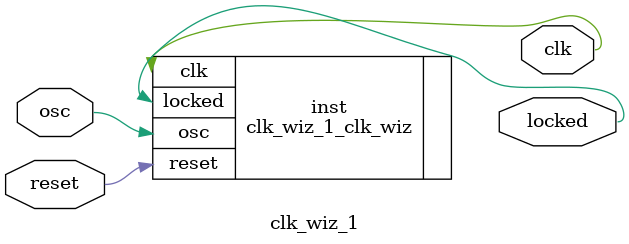
<source format=v>


`timescale 1ps/1ps

(* CORE_GENERATION_INFO = "clk_wiz_1,clk_wiz_v6_0_14_0_0,{component_name=clk_wiz_1,use_phase_alignment=true,use_min_o_jitter=false,use_max_i_jitter=false,use_dyn_phase_shift=false,use_inclk_switchover=false,use_dyn_reconfig=false,enable_axi=0,feedback_source=FDBK_AUTO,PRIMITIVE=PLL,num_out_clk=1,clkin1_period=10.000,clkin2_period=10.000,use_power_down=false,use_reset=true,use_locked=true,use_inclk_stopped=false,feedback_type=SINGLE,CLOCK_MGR_TYPE=NA,manual_override=false}" *)

module clk_wiz_1 
 (
  // Clock out ports
  output        clk,
  // Status and control signals
  input         reset,
  output        locked,
 // Clock in ports
  input         osc
 );

  clk_wiz_1_clk_wiz inst
  (
  // Clock out ports  
  .clk(clk),
  // Status and control signals               
  .reset(reset), 
  .locked(locked),
 // Clock in ports
  .osc(osc)
  );

endmodule

</source>
